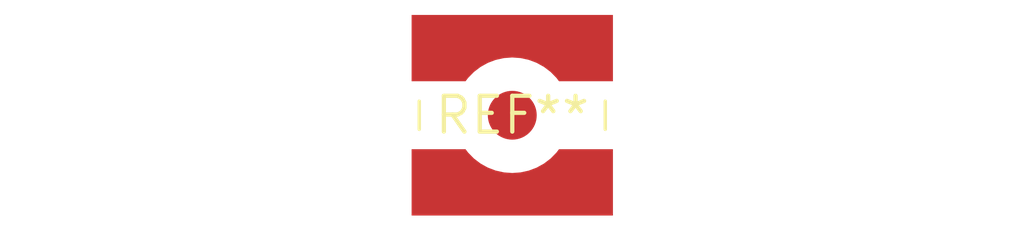
<source format=kicad_pcb>
(kicad_pcb (version 20240108) (generator pcbnew)
  (layers (0 "F.Cu" signal) (31 "B.Cu" signal) (34 "B.Paste" user) (35 "F.Paste" user) (36 "B.SilkS" user "B.Silkscreen") (37 "F.SilkS" user "F.Silkscreen") (38 "B.Mask" user) (39 "F.Mask" user) (44 "Edge.Cuts" user))
  (net 0 "")
  (footprint "SMA_Wurth_60312102114405_Vertical" (layer "F.Cu") (at 0 0)
    (property "Reference" "REF**")
    (property "Value" "SMA_Wurth_60312102114405_Vertical")
    (fp_line (start -3.29 -0.5) (end -3.29 0.5) (layer "F.SilkS") (stroke (width 0.12)))
    (fp_line (start 3.29 -0.5) (end 3.29 0.5) (layer "F.SilkS") (stroke (width 0.12)))
    (pad "1" smd circle (at 0 0 270) (size 1.73 1.73) (layers "F.Cu" "F.Paste" "F.Mask"))
    (pad "2" smd custom (at 0 -2.8 90) (size 1 1) (layers "F.Cu" "F.Mask") (options (clearance outline) (anchor rect)) (primitives (gr_poly (pts (xy -1.595 1.6523) (xy -1.595 3.56) (xy 0.755 3.56) (xy 0.755 -3.56) (xy -1.595 -3.56) (xy -1.595 -1.6523) (xy -1.47693 -1.562945) (xy -1.26536 -1.355798) (xy -1.085876 -1.120305) (xy -0.94223 -0.861389) (xy -0.837425 -0.584464) (xy -0.773653 -0.295319) (xy -0.752246 0) (xy -0.773653 0.295319) (xy -0.837425 0.584464) (xy -0.94223 0.861389) (xy -1.085876 1.120305) (xy -1.26536 1.355798) (xy -1.47693 1.562945)) (width 0.001) (fill yes))))
    (pad "2" smd custom (at 0 2.8 270) (size 1 1) (layers "F.Cu" "F.Mask") (options (clearance outline) (anchor rect)) (primitives (gr_poly (pts (xy -0.837425 0.584464) (xy -0.94223 0.861389) (xy -1.085876 1.120305) (xy -1.26536 1.355798) (xy -1.47693 1.562945) (xy -1.595 1.6523) (xy -1.595 3.56) (xy 0.755 3.56) (xy 0.755 -3.56) (xy -1.595 -3.56) (xy -1.595 -1.6523) (xy -1.47693 -1.562945) (xy -1.26536 -1.355798) (xy -1.085876 -1.120305) (xy -0.94223 -0.861389) (xy -0.837425 -0.584464) (xy -0.773653 -0.295319) (xy -0.752246 0) (xy -0.773653 0.295319)) (width 0.001) (fill yes))))
  )
)
</source>
